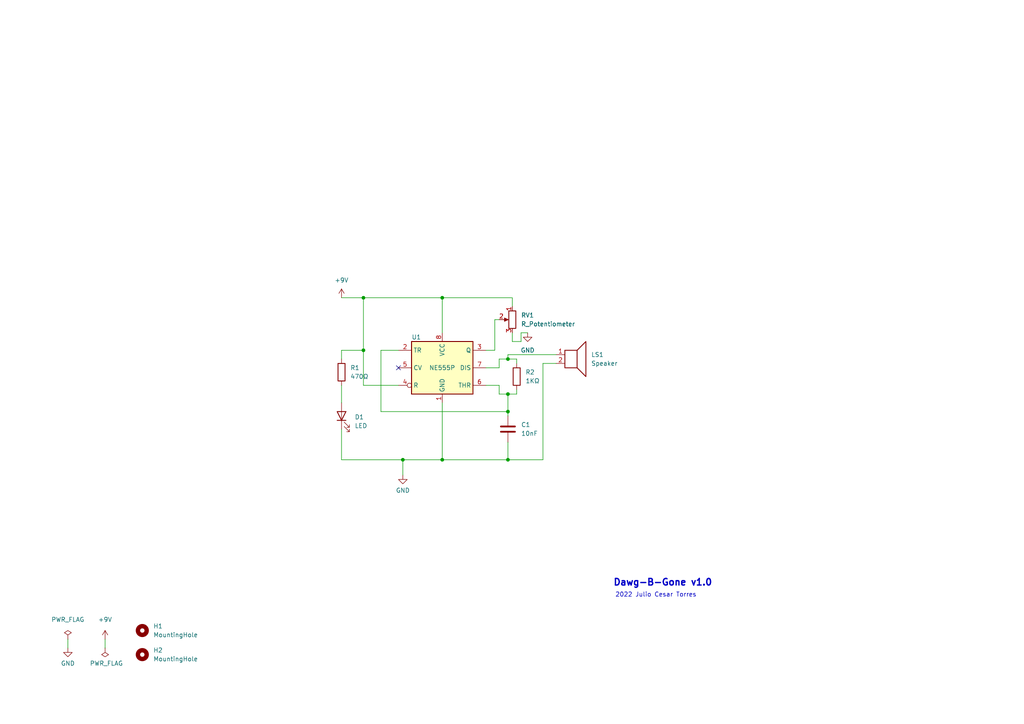
<source format=kicad_sch>
(kicad_sch (version 20211123) (generator eeschema)
  (paper "A4")
  (lib_symbols
    (symbol "Device:C" (pin_numbers hide) (pin_names (offset 0.254))
      (property "Reference" "C" (at 0.635 2.54 0))
      (property "Value" "C" (at 0.635 -2.54 0))
      (symbol "C_0_1"
        (polyline (pts (xy -2.032 -0.762) (xy 2.032 -0.762)) (stroke (width 0.508)))
        (polyline (pts (xy -2.032 0.762) (xy 2.032 0.762)) (stroke (width 0.508)))
      )
      (symbol "C_1_1"
        (pin passive line (at 0 3.81 270) (length 2.794) (name "~") (number "1"))
        (pin passive line (at 0 -3.81 90) (length 2.794) (name "~") (number "2"))
      )
    )
    (symbol "Device:LED" (pin_numbers hide) (pin_names (offset 1.016) hide)
      (property "Reference" "D" (at 0 2.54 0))
      (property "Value" "LED" (at 0 -2.54 0))
      (symbol "LED_0_1"
        (polyline (pts (xy -1.27 -1.27) (xy -1.27 1.27)) (stroke (width 0.254)))
        (polyline (pts (xy -1.27 0) (xy 1.27 0)))
        (polyline (pts (xy 1.27 -1.27) (xy 1.27 1.27) (xy -1.27 0) (xy 1.27 -1.27)) (stroke (width 0.254)))
        (polyline (pts (xy -3.048 -0.762) (xy -4.572 -2.286) (xy -3.81 -2.286) (xy -4.572 -2.286) (xy -4.572 -1.524)))
        (polyline (pts (xy -1.778 -0.762) (xy -3.302 -2.286) (xy -2.54 -2.286) (xy -3.302 -2.286) (xy -3.302 -1.524)))
      )
      (symbol "LED_1_1"
        (pin passive line (at -3.81 0 0) (length 2.54) (name "K") (number "1"))
        (pin passive line (at 3.81 0 180) (length 2.54) (name "A") (number "2"))
      )
    )
    (symbol "Device:R" (pin_numbers hide) (pin_names (offset 0))
      (property "Reference" "R" (at 2.032 0 90))
      (property "Value" "R" (at 0 0 90))
      (symbol "R_0_1"
        (rectangle (start -1.016 -2.54) (end 1.016 2.54) (stroke (width 0.254)))
      )
      (symbol "R_1_1"
        (pin passive line (at 0 3.81 270) (length 1.27) (name "~") (number "1"))
        (pin passive line (at 0 -3.81 90) (length 1.27) (name "~") (number "2"))
      )
    )
    (symbol "Device:R_Potentiometer" (pin_names (offset 1.016) hide)
      (property "Reference" "RV" (at -4.445 0 90))
      (property "Value" "R_Potentiometer" (at -2.54 0 90))
      (symbol "R_Potentiometer_0_1"
        (polyline (pts (xy 2.54 0) (xy 1.524 0)))
        (polyline (pts (xy 1.143 0) (xy 2.286 0.508) (xy 2.286 -0.508) (xy 1.143 0)) (fill (type outline)))
        (rectangle (start 1.016 2.54) (end -1.016 -2.54) (stroke (width 0.254)))
      )
      (symbol "R_Potentiometer_1_1"
        (pin passive line (at 0 3.81 270) (length 1.27) (name "1") (number "1"))
        (pin passive line (at 3.81 0 180) (length 1.27) (name "2") (number "2"))
        (pin passive line (at 0 -3.81 90) (length 1.27) (name "3") (number "3"))
      )
    )
    (symbol "Device:Speaker" (pin_names (offset 0) hide)
      (property "Reference" "LS" (at 1.27 5.715 0))
      (property "Value" "Speaker" (at 1.27 3.81 0))
      (symbol "Speaker_0_0"
        (rectangle (start -2.54 1.27) (end 1.016 -3.81) (stroke (width 0.254)))
        (polyline (pts (xy 1.016 1.27) (xy 3.556 3.81) (xy 3.556 -6.35) (xy 1.016 -3.81)) (stroke (width 0.254)))
      )
      (symbol "Speaker_1_1"
        (pin input line (at -5.08 0 0) (length 2.54) (name "1") (number "1"))
        (pin input line (at -5.08 -2.54 0) (length 2.54) (name "2") (number "2"))
      )
    )
    (symbol "Mechanical:MountingHole" (pin_names (offset 1.016))
      (property "Reference" "H" (at 0 5.08 0))
      (property "Value" "MountingHole" (at 0 3.175 0))
      (symbol "MountingHole_0_1"
        (circle (center 0 0) (radius 1.27) (stroke (width 1.27)))
      )
    )
    (symbol "Timer:NE555P"
      (property "Reference" "U" (at -10.16 8.89 0))
      (property "Value" "NE555P" (at 2.54 8.89 0))
      (symbol "NE555P_0_0"
        (pin power_in line (at 0 -10.16 90) (length 2.54) (name "GND") (number "1"))
        (pin power_in line (at 0 10.16 270) (length 2.54) (name "VCC") (number "8"))
      )
      (symbol "NE555P_0_1"
        (rectangle (start -8.89 -7.62) (end 8.89 7.62) (stroke (width 0.254)) (fill (type background)))
        (rectangle (start -8.89 -7.62) (end 8.89 7.62) (stroke (width 0.254)) (fill (type background)))
      )
      (symbol "NE555P_1_1"
        (pin input line (at -12.7 5.08 0) (length 3.81) (name "TR") (number "2"))
        (pin output line (at 12.7 5.08 180) (length 3.81) (name "Q") (number "3"))
        (pin input inverted (at -12.7 -5.08 0) (length 3.81) (name "R") (number "4"))
        (pin input line (at -12.7 0 0) (length 3.81) (name "CV") (number "5"))
        (pin input line (at 12.7 -5.08 180) (length 3.81) (name "THR") (number "6"))
        (pin input line (at 12.7 0 180) (length 3.81) (name "DIS") (number "7"))
      )
    )
    (symbol "power:+9V" (power) (pin_names (offset 0))
      (property "Value" "+9V" (at 0 3.556 0))
      (symbol "+9V_0_1"
        (polyline (pts (xy -0.762 1.27) (xy 0 2.54)))
        (polyline (pts (xy 0 0) (xy 0 2.54)))
        (polyline (pts (xy 0 2.54) (xy 0.762 1.27)))
      )
      (symbol "+9V_1_1"
        (pin power_in line (at 0 0 90) (length 0) hide (name "+9V") (number "1"))
      )
    )
    (symbol "power:GND" (power) (pin_names (offset 0))
      (property "Value" "GND" (at 0 -3.81 0))
      (symbol "GND_0_1"
        (polyline (pts (xy 0 0) (xy 0 -1.27) (xy 1.27 -1.27) (xy 0 -2.54) (xy -1.27 -1.27) (xy 0 -1.27)))
      )
      (symbol "GND_1_1"
        (pin power_in line (at 0 0 270) (length 0) hide (name "GND") (number "1"))
      )
    )
    (symbol "power:PWR_FLAG" (power) (pin_numbers hide) (pin_names (offset 0) hide)
      (property "Value" "PWR_FLAG" (at 0 3.81 0))
      (symbol "PWR_FLAG_0_0"
        (pin power_out line (at 0 0 90) (length 0) (name "pwr") (number "1"))
      )
      (symbol "PWR_FLAG_0_1"
        (polyline (pts (xy 0 0) (xy 0 1.27) (xy -1.016 1.905) (xy 0 2.54) (xy 1.016 1.905) (xy 0 1.27)))
      )
    )
  )
  (junction (at 105.41 86.36))
  (junction (at 128.27 86.36))
  (junction (at 147.32 119.38))
  (junction (at 147.32 104.14))
  (junction (at 147.32 114.3))
  (junction (at 147.32 133.35))
  (junction (at 116.84 133.35))
  (junction (at 105.41 101.6))
  (junction (at 128.27 133.35))
  (no_connect (at 115.57 106.68))
  (wire (pts (xy 140.97 101.6) (xy 143.51 101.6)))
  (wire (pts (xy 148.59 99.06) (xy 151.13 99.06)))
  (wire (pts (xy 144.78 114.3) (xy 147.32 114.3)))
  (wire (pts (xy 148.59 96.52) (xy 148.59 99.06)))
  (wire (pts (xy 99.06 101.6) (xy 99.06 104.14)))
  (wire (pts (xy 143.51 92.71) (xy 143.51 101.6)))
  (wire (pts (xy 144.78 104.14) (xy 147.32 104.14)))
  (wire (pts (xy 115.57 111.76) (xy 105.41 111.76)))
  (wire (pts (xy 99.06 111.76) (xy 99.06 116.84)))
  (wire (pts (xy 30.48 185.42) (xy 30.48 187.96)))
  (wire (pts (xy 147.32 114.3) (xy 147.32 119.38)))
  (wire (pts (xy 116.84 133.35) (xy 116.84 137.795)))
  (wire (pts (xy 105.41 101.6) (xy 99.06 101.6)))
  (wire (pts (xy 157.48 133.35) (xy 147.32 133.35)))
  (wire (pts (xy 157.48 105.41) (xy 157.48 133.35)))
  (wire (pts (xy 147.32 104.14) (xy 149.86 104.14)))
  (wire (pts (xy 110.49 101.6) (xy 110.49 119.38)))
  (wire (pts (xy 116.84 133.35) (xy 128.27 133.35)))
  (wire (pts (xy 161.29 102.87) (xy 147.32 102.87)))
  (wire (pts (xy 128.27 116.84) (xy 128.27 133.35)))
  (wire (pts (xy 144.78 106.68) (xy 144.78 104.14)))
  (wire (pts (xy 128.27 86.36) (xy 105.41 86.36)))
  (wire (pts (xy 99.06 86.36) (xy 105.41 86.36)))
  (wire (pts (xy 148.59 88.9) (xy 148.59 86.36)))
  (wire (pts (xy 99.06 124.46) (xy 99.06 133.35)))
  (wire (pts (xy 115.57 101.6) (xy 110.49 101.6)))
  (wire (pts (xy 140.97 111.76) (xy 144.78 111.76)))
  (wire (pts (xy 161.29 105.41) (xy 157.48 105.41)))
  (wire (pts (xy 143.51 92.71) (xy 144.78 92.71)))
  (wire (pts (xy 147.32 128.27) (xy 147.32 133.35)))
  (wire (pts (xy 128.27 133.35) (xy 147.32 133.35)))
  (wire (pts (xy 99.06 133.35) (xy 116.84 133.35)))
  (wire (pts (xy 128.27 86.36) (xy 128.27 96.52)))
  (wire (pts (xy 147.32 119.38) (xy 147.32 120.65)))
  (wire (pts (xy 110.49 119.38) (xy 147.32 119.38)))
  (wire (pts (xy 147.32 114.3) (xy 149.86 114.3)))
  (wire (pts (xy 149.86 113.03) (xy 149.86 114.3)))
  (wire (pts (xy 151.13 99.06) (xy 151.13 96.52)))
  (wire (pts (xy 148.59 86.36) (xy 128.27 86.36)))
  (wire (pts (xy 149.86 104.14) (xy 149.86 105.41)))
  (wire (pts (xy 105.41 86.36) (xy 105.41 101.6)))
  (wire (pts (xy 147.32 102.87) (xy 147.32 104.14)))
  (wire (pts (xy 19.685 185.42) (xy 19.685 187.96)))
  (wire (pts (xy 140.97 106.68) (xy 144.78 106.68)))
  (wire (pts (xy 151.13 96.52) (xy 153.035 96.52)))
  (wire (pts (xy 105.41 101.6) (xy 105.41 111.76)))
  (wire (pts (xy 144.78 111.76) (xy 144.78 114.3)))
  (text "2022 Julio Cesar Torres" (at 178.435 173.355 0) (effects (font (size 1.27 1.27)) (justify left bottom)))
  (text "Dawg-B-Gone v1.0" (at 177.8 170.18 0) (effects (font (size 1.905 1.905) (thickness 0.381) bold) (justify left bottom)))
  (symbol (lib_id "power:GND") (at 19.685 187.96 0) (unit 1)
    (property "Reference" "#PWR0102" (effects hide))
    (property "Value" "GND" (at 19.685 192.405 0))
  )
  (symbol (lib_id "Mechanical:MountingHole") (at 41.275 189.865 0) (unit 1)
    (property "Reference" "H2" (at 44.45 188.5949 0) (effects (justify left)))
    (property "Value" "MountingHole" (at 44.45 191.1349 0) (effects (justify left)))
    (property "Footprint" "MountingHole:MountingHole_2.2mm_M2_Pad_Via" (effects hide))
  )
  (symbol (lib_id "Mechanical:MountingHole") (at 41.275 182.88 0) (unit 1)
    (property "Reference" "H1" (at 44.45 181.6099 0) (effects (justify left)))
    (property "Value" "MountingHole" (at 44.45 184.1499 0) (effects (justify left)))
    (property "Footprint" "MountingHole:MountingHole_2.2mm_M2_Pad_Via" (effects hide))
  )
  (symbol (lib_id "power:PWR_FLAG") (at 30.48 187.96 180) (unit 1)
    (property "Reference" "#FLG0102" (effects hide))
    (property "Value" "PWR_FLAG" (at 26.035 192.405 0) (effects (justify right)))
  )
  (symbol (lib_id "Device:C") (at 147.32 124.46 180) (unit 1)
    (property "Reference" "C1" (at 151.13 123.1899 0) (effects (justify right)))
    (property "Value" "10nF" (at 151.13 125.7299 0) (effects (justify right)))
    (property "Footprint" "Capacitor_THT:C_Disc_D3.0mm_W1.6mm_P2.50mm" (effects hide))
  )
  (symbol (lib_id "power:+9V") (at 30.48 185.42 0) (unit 1)
    (property "Reference" "#PWR0103" (effects hide))
    (property "Value" "+9V" (at 30.48 179.705 0))
  )
  (symbol (lib_id "power:GND") (at 116.84 137.795 0) (unit 1)
    (property "Reference" "#PWR0104" (effects hide))
    (property "Value" "GND" (at 116.84 142.24 0))
  )
  (symbol (lib_id "Device:R_Potentiometer") (at 148.59 92.71 0) (mirror y) (unit 1)
    (property "Reference" "RV1" (at 151.13 91.4399 0) (effects (justify right)))
    (property "Value" "R_Potentiometer" (at 151.13 93.9799 0) (effects (justify right)))
    (property "Footprint" "Potentiometer_THT:Potentiometer_Alps_RK163_Single_Horizontal" (effects hide))
  )
  (symbol (lib_id "Device:Speaker") (at 166.37 102.87 0) (unit 1)
    (property "Reference" "LS1" (at 171.45 102.8699 0) (effects (justify left)))
    (property "Value" "Speaker" (at 171.45 105.4099 0) (effects (justify left)))
    (property "Footprint" "Buzzer_Beeper:Buzzer_TDK_PS1240P02BT_D12.2mm_H6.5mm" (effects hide))
  )
  (symbol (lib_id "Device:LED") (at 99.06 120.65 90) (unit 1)
    (property "Reference" "D1" (at 102.87 120.9674 90) (effects (justify right)))
    (property "Value" "LED" (at 102.87 123.5074 90) (effects (justify right)))
    (property "Footprint" "LED_THT:LED_D3.0mm" (effects hide))
  )
  (symbol (lib_id "power:+9V") (at 99.06 86.36 0) (unit 1)
    (property "Reference" "#PWR01" (effects hide))
    (property "Value" "+9V" (at 99.06 81.28 0))
  )
  (symbol (lib_id "Device:R") (at 149.86 109.22 0) (unit 1)
    (property "Reference" "R2" (at 152.4 107.9499 0) (effects (justify left)))
    (property "Value" "1KΩ" (at 152.4 110.4899 0) (effects (justify left)))
    (property "Footprint" "Resistor_THT:R_Axial_DIN0207_L6.3mm_D2.5mm_P10.16mm_Horizontal" (effects hide))
  )
  (symbol (lib_id "power:GND") (at 153.035 96.52 0) (unit 1)
    (property "Reference" "#PWR0101" (effects hide))
    (property "Value" "GND" (at 153.035 101.6 0))
  )
  (symbol (lib_id "Timer:NE555P") (at 128.27 106.68 0) (unit 1)
    (property "Reference" "U1" (at 119.38 97.79 0) (effects (justify left)))
    (property "Value" "NE555P" (at 124.46 106.68 0) (effects (justify left)))
    (property "Footprint" "Package_DIP:DIP-8_W7.62mm" (effects hide))
    (property "Datasheet" "http://www.ti.com/lit/ds/symlink/ne555.pdf" (effects hide))
  )
  (symbol (lib_id "power:PWR_FLAG") (at 19.685 185.42 0) (unit 1)
    (property "Reference" "#FLG0101" (effects hide))
    (property "Value" "PWR_FLAG" (at 19.685 179.705 0))
  )
  (symbol (lib_id "Device:R") (at 99.06 107.95 0) (unit 1)
    (property "Reference" "R1" (at 101.6 106.6799 0) (effects (justify left)))
    (property "Value" "470Ω" (at 101.6 109.2199 0) (effects (justify left)))
    (property "Footprint" "Resistor_THT:R_Axial_DIN0207_L6.3mm_D2.5mm_P10.16mm_Horizontal" (effects hide))
  )
)
</source>
